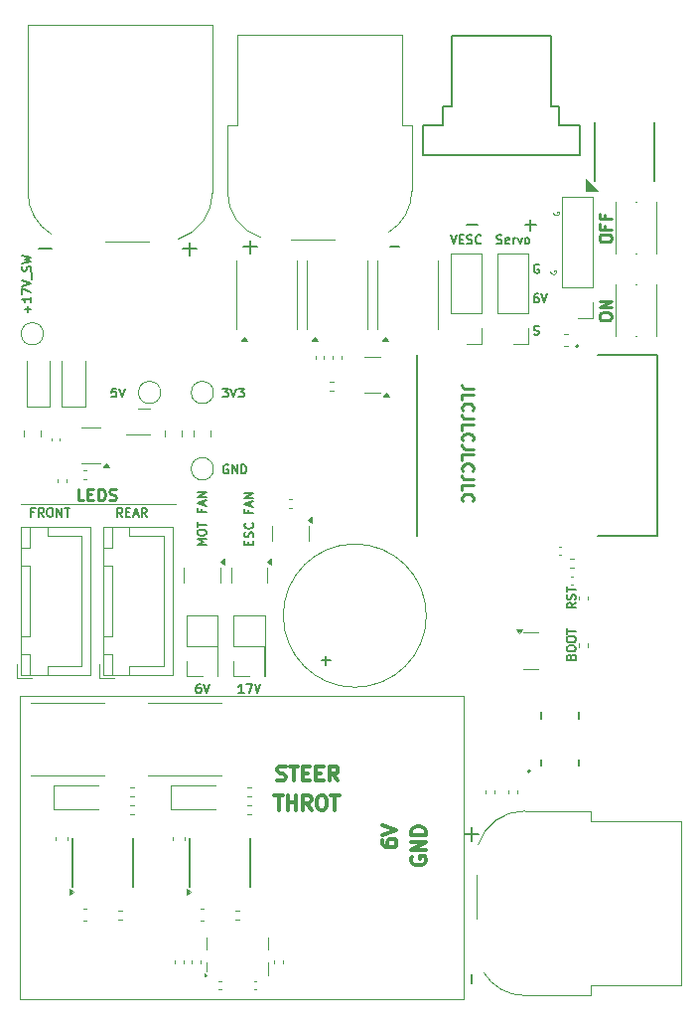
<source format=gbr>
%TF.GenerationSoftware,KiCad,Pcbnew,8.0.2-1*%
%TF.CreationDate,2024-11-11T16:17:41-08:00*%
%TF.ProjectId,Main_Board_V2,4d61696e-5f42-46f6-9172-645f56322e6b,rev?*%
%TF.SameCoordinates,Original*%
%TF.FileFunction,Legend,Top*%
%TF.FilePolarity,Positive*%
%FSLAX46Y46*%
G04 Gerber Fmt 4.6, Leading zero omitted, Abs format (unit mm)*
G04 Created by KiCad (PCBNEW 8.0.2-1) date 2024-11-11 16:17:41*
%MOMM*%
%LPD*%
G01*
G04 APERTURE LIST*
%ADD10C,0.100000*%
%ADD11C,0.187500*%
%ADD12C,0.312500*%
%ADD13C,0.250000*%
%ADD14C,0.112500*%
%ADD15C,0.150000*%
%ADD16C,0.120000*%
%ADD17C,0.127000*%
%ADD18C,0.200000*%
%ADD19C,0.010000*%
G04 APERTURE END LIST*
D10*
X100500000Y-82500000D02*
X113750000Y-82500000D01*
D11*
X144266212Y-68051500D02*
X144373355Y-68087214D01*
X144373355Y-68087214D02*
X144551926Y-68087214D01*
X144551926Y-68087214D02*
X144623355Y-68051500D01*
X144623355Y-68051500D02*
X144659069Y-68015785D01*
X144659069Y-68015785D02*
X144694783Y-67944357D01*
X144694783Y-67944357D02*
X144694783Y-67872928D01*
X144694783Y-67872928D02*
X144659069Y-67801500D01*
X144659069Y-67801500D02*
X144623355Y-67765785D01*
X144623355Y-67765785D02*
X144551926Y-67730071D01*
X144551926Y-67730071D02*
X144409069Y-67694357D01*
X144409069Y-67694357D02*
X144337640Y-67658642D01*
X144337640Y-67658642D02*
X144301926Y-67622928D01*
X144301926Y-67622928D02*
X144266212Y-67551500D01*
X144266212Y-67551500D02*
X144266212Y-67480071D01*
X144266212Y-67480071D02*
X144301926Y-67408642D01*
X144301926Y-67408642D02*
X144337640Y-67372928D01*
X144337640Y-67372928D02*
X144409069Y-67337214D01*
X144409069Y-67337214D02*
X144587640Y-67337214D01*
X144587640Y-67337214D02*
X144694783Y-67372928D01*
D12*
X122377742Y-106002500D02*
X122556313Y-106062023D01*
X122556313Y-106062023D02*
X122853932Y-106062023D01*
X122853932Y-106062023D02*
X122972980Y-106002500D01*
X122972980Y-106002500D02*
X123032504Y-105942976D01*
X123032504Y-105942976D02*
X123092027Y-105823928D01*
X123092027Y-105823928D02*
X123092027Y-105704880D01*
X123092027Y-105704880D02*
X123032504Y-105585833D01*
X123032504Y-105585833D02*
X122972980Y-105526309D01*
X122972980Y-105526309D02*
X122853932Y-105466785D01*
X122853932Y-105466785D02*
X122615837Y-105407261D01*
X122615837Y-105407261D02*
X122496789Y-105347738D01*
X122496789Y-105347738D02*
X122437266Y-105288214D01*
X122437266Y-105288214D02*
X122377742Y-105169166D01*
X122377742Y-105169166D02*
X122377742Y-105050119D01*
X122377742Y-105050119D02*
X122437266Y-104931071D01*
X122437266Y-104931071D02*
X122496789Y-104871547D01*
X122496789Y-104871547D02*
X122615837Y-104812023D01*
X122615837Y-104812023D02*
X122913456Y-104812023D01*
X122913456Y-104812023D02*
X123092027Y-104871547D01*
X123449170Y-104812023D02*
X124163456Y-104812023D01*
X123806313Y-106062023D02*
X123806313Y-104812023D01*
X124580123Y-105407261D02*
X124996789Y-105407261D01*
X125175361Y-106062023D02*
X124580123Y-106062023D01*
X124580123Y-106062023D02*
X124580123Y-104812023D01*
X124580123Y-104812023D02*
X125175361Y-104812023D01*
X125711075Y-105407261D02*
X126127741Y-105407261D01*
X126306313Y-106062023D02*
X125711075Y-106062023D01*
X125711075Y-106062023D02*
X125711075Y-104812023D01*
X125711075Y-104812023D02*
X126306313Y-104812023D01*
X127556312Y-106062023D02*
X127139646Y-105466785D01*
X126842027Y-106062023D02*
X126842027Y-104812023D01*
X126842027Y-104812023D02*
X127318217Y-104812023D01*
X127318217Y-104812023D02*
X127437265Y-104871547D01*
X127437265Y-104871547D02*
X127496788Y-104931071D01*
X127496788Y-104931071D02*
X127556312Y-105050119D01*
X127556312Y-105050119D02*
X127556312Y-105228690D01*
X127556312Y-105228690D02*
X127496788Y-105347738D01*
X127496788Y-105347738D02*
X127437265Y-105407261D01*
X127437265Y-105407261D02*
X127318217Y-105466785D01*
X127318217Y-105466785D02*
X126842027Y-105466785D01*
D11*
X147837214Y-90910714D02*
X147480071Y-91160714D01*
X147837214Y-91339285D02*
X147087214Y-91339285D01*
X147087214Y-91339285D02*
X147087214Y-91053571D01*
X147087214Y-91053571D02*
X147122928Y-90982142D01*
X147122928Y-90982142D02*
X147158642Y-90946428D01*
X147158642Y-90946428D02*
X147230071Y-90910714D01*
X147230071Y-90910714D02*
X147337214Y-90910714D01*
X147337214Y-90910714D02*
X147408642Y-90946428D01*
X147408642Y-90946428D02*
X147444357Y-90982142D01*
X147444357Y-90982142D02*
X147480071Y-91053571D01*
X147480071Y-91053571D02*
X147480071Y-91339285D01*
X147801500Y-90624999D02*
X147837214Y-90517857D01*
X147837214Y-90517857D02*
X147837214Y-90339285D01*
X147837214Y-90339285D02*
X147801500Y-90267857D01*
X147801500Y-90267857D02*
X147765785Y-90232142D01*
X147765785Y-90232142D02*
X147694357Y-90196428D01*
X147694357Y-90196428D02*
X147622928Y-90196428D01*
X147622928Y-90196428D02*
X147551500Y-90232142D01*
X147551500Y-90232142D02*
X147515785Y-90267857D01*
X147515785Y-90267857D02*
X147480071Y-90339285D01*
X147480071Y-90339285D02*
X147444357Y-90482142D01*
X147444357Y-90482142D02*
X147408642Y-90553571D01*
X147408642Y-90553571D02*
X147372928Y-90589285D01*
X147372928Y-90589285D02*
X147301500Y-90624999D01*
X147301500Y-90624999D02*
X147230071Y-90624999D01*
X147230071Y-90624999D02*
X147158642Y-90589285D01*
X147158642Y-90589285D02*
X147122928Y-90553571D01*
X147122928Y-90553571D02*
X147087214Y-90482142D01*
X147087214Y-90482142D02*
X147087214Y-90303571D01*
X147087214Y-90303571D02*
X147122928Y-90196428D01*
X147087214Y-89982142D02*
X147087214Y-89553571D01*
X147837214Y-89767856D02*
X147087214Y-89767856D01*
X144623355Y-64587214D02*
X144480497Y-64587214D01*
X144480497Y-64587214D02*
X144409069Y-64622928D01*
X144409069Y-64622928D02*
X144373355Y-64658642D01*
X144373355Y-64658642D02*
X144301926Y-64765785D01*
X144301926Y-64765785D02*
X144266212Y-64908642D01*
X144266212Y-64908642D02*
X144266212Y-65194357D01*
X144266212Y-65194357D02*
X144301926Y-65265785D01*
X144301926Y-65265785D02*
X144337640Y-65301500D01*
X144337640Y-65301500D02*
X144409069Y-65337214D01*
X144409069Y-65337214D02*
X144551926Y-65337214D01*
X144551926Y-65337214D02*
X144623355Y-65301500D01*
X144623355Y-65301500D02*
X144659069Y-65265785D01*
X144659069Y-65265785D02*
X144694783Y-65194357D01*
X144694783Y-65194357D02*
X144694783Y-65015785D01*
X144694783Y-65015785D02*
X144659069Y-64944357D01*
X144659069Y-64944357D02*
X144623355Y-64908642D01*
X144623355Y-64908642D02*
X144551926Y-64872928D01*
X144551926Y-64872928D02*
X144409069Y-64872928D01*
X144409069Y-64872928D02*
X144337640Y-64908642D01*
X144337640Y-64908642D02*
X144301926Y-64944357D01*
X144301926Y-64944357D02*
X144266212Y-65015785D01*
X144909069Y-64587214D02*
X145159069Y-65337214D01*
X145159069Y-65337214D02*
X145409069Y-64587214D01*
D13*
X149864619Y-59952380D02*
X149864619Y-59761904D01*
X149864619Y-59761904D02*
X149912238Y-59666666D01*
X149912238Y-59666666D02*
X150007476Y-59571428D01*
X150007476Y-59571428D02*
X150197952Y-59523809D01*
X150197952Y-59523809D02*
X150531285Y-59523809D01*
X150531285Y-59523809D02*
X150721761Y-59571428D01*
X150721761Y-59571428D02*
X150817000Y-59666666D01*
X150817000Y-59666666D02*
X150864619Y-59761904D01*
X150864619Y-59761904D02*
X150864619Y-59952380D01*
X150864619Y-59952380D02*
X150817000Y-60047618D01*
X150817000Y-60047618D02*
X150721761Y-60142856D01*
X150721761Y-60142856D02*
X150531285Y-60190475D01*
X150531285Y-60190475D02*
X150197952Y-60190475D01*
X150197952Y-60190475D02*
X150007476Y-60142856D01*
X150007476Y-60142856D02*
X149912238Y-60047618D01*
X149912238Y-60047618D02*
X149864619Y-59952380D01*
X150340809Y-58761904D02*
X150340809Y-59095237D01*
X150864619Y-59095237D02*
X149864619Y-59095237D01*
X149864619Y-59095237D02*
X149864619Y-58619047D01*
X150340809Y-57904761D02*
X150340809Y-58238094D01*
X150864619Y-58238094D02*
X149864619Y-58238094D01*
X149864619Y-58238094D02*
X149864619Y-57761904D01*
D11*
X117730497Y-72648464D02*
X118194783Y-72648464D01*
X118194783Y-72648464D02*
X117944783Y-72934178D01*
X117944783Y-72934178D02*
X118051926Y-72934178D01*
X118051926Y-72934178D02*
X118123355Y-72969892D01*
X118123355Y-72969892D02*
X118159069Y-73005607D01*
X118159069Y-73005607D02*
X118194783Y-73077035D01*
X118194783Y-73077035D02*
X118194783Y-73255607D01*
X118194783Y-73255607D02*
X118159069Y-73327035D01*
X118159069Y-73327035D02*
X118123355Y-73362750D01*
X118123355Y-73362750D02*
X118051926Y-73398464D01*
X118051926Y-73398464D02*
X117837640Y-73398464D01*
X117837640Y-73398464D02*
X117766212Y-73362750D01*
X117766212Y-73362750D02*
X117730497Y-73327035D01*
X118409069Y-72648464D02*
X118659069Y-73398464D01*
X118659069Y-73398464D02*
X118909069Y-72648464D01*
X119087640Y-72648464D02*
X119551926Y-72648464D01*
X119551926Y-72648464D02*
X119301926Y-72934178D01*
X119301926Y-72934178D02*
X119409069Y-72934178D01*
X119409069Y-72934178D02*
X119480498Y-72969892D01*
X119480498Y-72969892D02*
X119516212Y-73005607D01*
X119516212Y-73005607D02*
X119551926Y-73077035D01*
X119551926Y-73077035D02*
X119551926Y-73255607D01*
X119551926Y-73255607D02*
X119516212Y-73327035D01*
X119516212Y-73327035D02*
X119480498Y-73362750D01*
X119480498Y-73362750D02*
X119409069Y-73398464D01*
X119409069Y-73398464D02*
X119194783Y-73398464D01*
X119194783Y-73398464D02*
X119123355Y-73362750D01*
X119123355Y-73362750D02*
X119087640Y-73327035D01*
D12*
X131312023Y-111134163D02*
X131312023Y-111372258D01*
X131312023Y-111372258D02*
X131371547Y-111491306D01*
X131371547Y-111491306D02*
X131431071Y-111550830D01*
X131431071Y-111550830D02*
X131609642Y-111669877D01*
X131609642Y-111669877D02*
X131847738Y-111729401D01*
X131847738Y-111729401D02*
X132323928Y-111729401D01*
X132323928Y-111729401D02*
X132442976Y-111669877D01*
X132442976Y-111669877D02*
X132502500Y-111610354D01*
X132502500Y-111610354D02*
X132562023Y-111491306D01*
X132562023Y-111491306D02*
X132562023Y-111253211D01*
X132562023Y-111253211D02*
X132502500Y-111134163D01*
X132502500Y-111134163D02*
X132442976Y-111074639D01*
X132442976Y-111074639D02*
X132323928Y-111015116D01*
X132323928Y-111015116D02*
X132026309Y-111015116D01*
X132026309Y-111015116D02*
X131907261Y-111074639D01*
X131907261Y-111074639D02*
X131847738Y-111134163D01*
X131847738Y-111134163D02*
X131788214Y-111253211D01*
X131788214Y-111253211D02*
X131788214Y-111491306D01*
X131788214Y-111491306D02*
X131847738Y-111610354D01*
X131847738Y-111610354D02*
X131907261Y-111669877D01*
X131907261Y-111669877D02*
X132026309Y-111729401D01*
X131312023Y-110657973D02*
X132562023Y-110241306D01*
X132562023Y-110241306D02*
X131312023Y-109824640D01*
D13*
X105880952Y-82199619D02*
X105404762Y-82199619D01*
X105404762Y-82199619D02*
X105404762Y-81199619D01*
X106214286Y-81675809D02*
X106547619Y-81675809D01*
X106690476Y-82199619D02*
X106214286Y-82199619D01*
X106214286Y-82199619D02*
X106214286Y-81199619D01*
X106214286Y-81199619D02*
X106690476Y-81199619D01*
X107119048Y-82199619D02*
X107119048Y-81199619D01*
X107119048Y-81199619D02*
X107357143Y-81199619D01*
X107357143Y-81199619D02*
X107500000Y-81247238D01*
X107500000Y-81247238D02*
X107595238Y-81342476D01*
X107595238Y-81342476D02*
X107642857Y-81437714D01*
X107642857Y-81437714D02*
X107690476Y-81628190D01*
X107690476Y-81628190D02*
X107690476Y-81771047D01*
X107690476Y-81771047D02*
X107642857Y-81961523D01*
X107642857Y-81961523D02*
X107595238Y-82056761D01*
X107595238Y-82056761D02*
X107500000Y-82152000D01*
X107500000Y-82152000D02*
X107357143Y-82199619D01*
X107357143Y-82199619D02*
X107119048Y-82199619D01*
X108071429Y-82152000D02*
X108214286Y-82199619D01*
X108214286Y-82199619D02*
X108452381Y-82199619D01*
X108452381Y-82199619D02*
X108547619Y-82152000D01*
X108547619Y-82152000D02*
X108595238Y-82104380D01*
X108595238Y-82104380D02*
X108642857Y-82009142D01*
X108642857Y-82009142D02*
X108642857Y-81913904D01*
X108642857Y-81913904D02*
X108595238Y-81818666D01*
X108595238Y-81818666D02*
X108547619Y-81771047D01*
X108547619Y-81771047D02*
X108452381Y-81723428D01*
X108452381Y-81723428D02*
X108261905Y-81675809D01*
X108261905Y-81675809D02*
X108166667Y-81628190D01*
X108166667Y-81628190D02*
X108119048Y-81580571D01*
X108119048Y-81580571D02*
X108071429Y-81485333D01*
X108071429Y-81485333D02*
X108071429Y-81390095D01*
X108071429Y-81390095D02*
X108119048Y-81294857D01*
X108119048Y-81294857D02*
X108166667Y-81247238D01*
X108166667Y-81247238D02*
X108261905Y-81199619D01*
X108261905Y-81199619D02*
X108500000Y-81199619D01*
X108500000Y-81199619D02*
X108642857Y-81247238D01*
D11*
X119944357Y-85964285D02*
X119944357Y-85714285D01*
X120337214Y-85607142D02*
X120337214Y-85964285D01*
X120337214Y-85964285D02*
X119587214Y-85964285D01*
X119587214Y-85964285D02*
X119587214Y-85607142D01*
X120301500Y-85321428D02*
X120337214Y-85214286D01*
X120337214Y-85214286D02*
X120337214Y-85035714D01*
X120337214Y-85035714D02*
X120301500Y-84964286D01*
X120301500Y-84964286D02*
X120265785Y-84928571D01*
X120265785Y-84928571D02*
X120194357Y-84892857D01*
X120194357Y-84892857D02*
X120122928Y-84892857D01*
X120122928Y-84892857D02*
X120051500Y-84928571D01*
X120051500Y-84928571D02*
X120015785Y-84964286D01*
X120015785Y-84964286D02*
X119980071Y-85035714D01*
X119980071Y-85035714D02*
X119944357Y-85178571D01*
X119944357Y-85178571D02*
X119908642Y-85250000D01*
X119908642Y-85250000D02*
X119872928Y-85285714D01*
X119872928Y-85285714D02*
X119801500Y-85321428D01*
X119801500Y-85321428D02*
X119730071Y-85321428D01*
X119730071Y-85321428D02*
X119658642Y-85285714D01*
X119658642Y-85285714D02*
X119622928Y-85250000D01*
X119622928Y-85250000D02*
X119587214Y-85178571D01*
X119587214Y-85178571D02*
X119587214Y-85000000D01*
X119587214Y-85000000D02*
X119622928Y-84892857D01*
X120265785Y-84142857D02*
X120301500Y-84178571D01*
X120301500Y-84178571D02*
X120337214Y-84285714D01*
X120337214Y-84285714D02*
X120337214Y-84357142D01*
X120337214Y-84357142D02*
X120301500Y-84464285D01*
X120301500Y-84464285D02*
X120230071Y-84535714D01*
X120230071Y-84535714D02*
X120158642Y-84571428D01*
X120158642Y-84571428D02*
X120015785Y-84607142D01*
X120015785Y-84607142D02*
X119908642Y-84607142D01*
X119908642Y-84607142D02*
X119765785Y-84571428D01*
X119765785Y-84571428D02*
X119694357Y-84535714D01*
X119694357Y-84535714D02*
X119622928Y-84464285D01*
X119622928Y-84464285D02*
X119587214Y-84357142D01*
X119587214Y-84357142D02*
X119587214Y-84285714D01*
X119587214Y-84285714D02*
X119622928Y-84178571D01*
X119622928Y-84178571D02*
X119658642Y-84142857D01*
X119944357Y-82999999D02*
X119944357Y-83249999D01*
X120337214Y-83249999D02*
X119587214Y-83249999D01*
X119587214Y-83249999D02*
X119587214Y-82892856D01*
X120122928Y-82642856D02*
X120122928Y-82285714D01*
X120337214Y-82714285D02*
X119587214Y-82464285D01*
X119587214Y-82464285D02*
X120337214Y-82214285D01*
X120337214Y-81964285D02*
X119587214Y-81964285D01*
X119587214Y-81964285D02*
X120337214Y-81535714D01*
X120337214Y-81535714D02*
X119587214Y-81535714D01*
X119535714Y-98587214D02*
X119107143Y-98587214D01*
X119321428Y-98587214D02*
X119321428Y-97837214D01*
X119321428Y-97837214D02*
X119250000Y-97944357D01*
X119250000Y-97944357D02*
X119178571Y-98015785D01*
X119178571Y-98015785D02*
X119107143Y-98051500D01*
X119785714Y-97837214D02*
X120285714Y-97837214D01*
X120285714Y-97837214D02*
X119964286Y-98587214D01*
X120464286Y-97837214D02*
X120714286Y-98587214D01*
X120714286Y-98587214D02*
X120964286Y-97837214D01*
X101660714Y-83194357D02*
X101410714Y-83194357D01*
X101410714Y-83587214D02*
X101410714Y-82837214D01*
X101410714Y-82837214D02*
X101767857Y-82837214D01*
X102482142Y-83587214D02*
X102232142Y-83230071D01*
X102053571Y-83587214D02*
X102053571Y-82837214D01*
X102053571Y-82837214D02*
X102339285Y-82837214D01*
X102339285Y-82837214D02*
X102410714Y-82872928D01*
X102410714Y-82872928D02*
X102446428Y-82908642D01*
X102446428Y-82908642D02*
X102482142Y-82980071D01*
X102482142Y-82980071D02*
X102482142Y-83087214D01*
X102482142Y-83087214D02*
X102446428Y-83158642D01*
X102446428Y-83158642D02*
X102410714Y-83194357D01*
X102410714Y-83194357D02*
X102339285Y-83230071D01*
X102339285Y-83230071D02*
X102053571Y-83230071D01*
X102946428Y-82837214D02*
X103089285Y-82837214D01*
X103089285Y-82837214D02*
X103160714Y-82872928D01*
X103160714Y-82872928D02*
X103232142Y-82944357D01*
X103232142Y-82944357D02*
X103267857Y-83087214D01*
X103267857Y-83087214D02*
X103267857Y-83337214D01*
X103267857Y-83337214D02*
X103232142Y-83480071D01*
X103232142Y-83480071D02*
X103160714Y-83551500D01*
X103160714Y-83551500D02*
X103089285Y-83587214D01*
X103089285Y-83587214D02*
X102946428Y-83587214D01*
X102946428Y-83587214D02*
X102875000Y-83551500D01*
X102875000Y-83551500D02*
X102803571Y-83480071D01*
X102803571Y-83480071D02*
X102767857Y-83337214D01*
X102767857Y-83337214D02*
X102767857Y-83087214D01*
X102767857Y-83087214D02*
X102803571Y-82944357D01*
X102803571Y-82944357D02*
X102875000Y-82872928D01*
X102875000Y-82872928D02*
X102946428Y-82837214D01*
X103589285Y-83587214D02*
X103589285Y-82837214D01*
X103589285Y-82837214D02*
X104017856Y-83587214D01*
X104017856Y-83587214D02*
X104017856Y-82837214D01*
X104267856Y-82837214D02*
X104696428Y-82837214D01*
X104482142Y-83587214D02*
X104482142Y-82837214D01*
D13*
X149864619Y-66619047D02*
X149864619Y-66428571D01*
X149864619Y-66428571D02*
X149912238Y-66333333D01*
X149912238Y-66333333D02*
X150007476Y-66238095D01*
X150007476Y-66238095D02*
X150197952Y-66190476D01*
X150197952Y-66190476D02*
X150531285Y-66190476D01*
X150531285Y-66190476D02*
X150721761Y-66238095D01*
X150721761Y-66238095D02*
X150817000Y-66333333D01*
X150817000Y-66333333D02*
X150864619Y-66428571D01*
X150864619Y-66428571D02*
X150864619Y-66619047D01*
X150864619Y-66619047D02*
X150817000Y-66714285D01*
X150817000Y-66714285D02*
X150721761Y-66809523D01*
X150721761Y-66809523D02*
X150531285Y-66857142D01*
X150531285Y-66857142D02*
X150197952Y-66857142D01*
X150197952Y-66857142D02*
X150007476Y-66809523D01*
X150007476Y-66809523D02*
X149912238Y-66714285D01*
X149912238Y-66714285D02*
X149864619Y-66619047D01*
X150864619Y-65761904D02*
X149864619Y-65761904D01*
X149864619Y-65761904D02*
X150864619Y-65190476D01*
X150864619Y-65190476D02*
X149864619Y-65190476D01*
D11*
X147444357Y-95517856D02*
X147480071Y-95410713D01*
X147480071Y-95410713D02*
X147515785Y-95374999D01*
X147515785Y-95374999D02*
X147587214Y-95339285D01*
X147587214Y-95339285D02*
X147694357Y-95339285D01*
X147694357Y-95339285D02*
X147765785Y-95374999D01*
X147765785Y-95374999D02*
X147801500Y-95410713D01*
X147801500Y-95410713D02*
X147837214Y-95482142D01*
X147837214Y-95482142D02*
X147837214Y-95767856D01*
X147837214Y-95767856D02*
X147087214Y-95767856D01*
X147087214Y-95767856D02*
X147087214Y-95517856D01*
X147087214Y-95517856D02*
X147122928Y-95446428D01*
X147122928Y-95446428D02*
X147158642Y-95410713D01*
X147158642Y-95410713D02*
X147230071Y-95374999D01*
X147230071Y-95374999D02*
X147301500Y-95374999D01*
X147301500Y-95374999D02*
X147372928Y-95410713D01*
X147372928Y-95410713D02*
X147408642Y-95446428D01*
X147408642Y-95446428D02*
X147444357Y-95517856D01*
X147444357Y-95517856D02*
X147444357Y-95767856D01*
X147087214Y-94874999D02*
X147087214Y-94732142D01*
X147087214Y-94732142D02*
X147122928Y-94660713D01*
X147122928Y-94660713D02*
X147194357Y-94589285D01*
X147194357Y-94589285D02*
X147337214Y-94553570D01*
X147337214Y-94553570D02*
X147587214Y-94553570D01*
X147587214Y-94553570D02*
X147730071Y-94589285D01*
X147730071Y-94589285D02*
X147801500Y-94660713D01*
X147801500Y-94660713D02*
X147837214Y-94732142D01*
X147837214Y-94732142D02*
X147837214Y-94874999D01*
X147837214Y-94874999D02*
X147801500Y-94946428D01*
X147801500Y-94946428D02*
X147730071Y-95017856D01*
X147730071Y-95017856D02*
X147587214Y-95053570D01*
X147587214Y-95053570D02*
X147337214Y-95053570D01*
X147337214Y-95053570D02*
X147194357Y-95017856D01*
X147194357Y-95017856D02*
X147122928Y-94946428D01*
X147122928Y-94946428D02*
X147087214Y-94874999D01*
X147087214Y-94089285D02*
X147087214Y-93946428D01*
X147087214Y-93946428D02*
X147122928Y-93874999D01*
X147122928Y-93874999D02*
X147194357Y-93803571D01*
X147194357Y-93803571D02*
X147337214Y-93767856D01*
X147337214Y-93767856D02*
X147587214Y-93767856D01*
X147587214Y-93767856D02*
X147730071Y-93803571D01*
X147730071Y-93803571D02*
X147801500Y-93874999D01*
X147801500Y-93874999D02*
X147837214Y-93946428D01*
X147837214Y-93946428D02*
X147837214Y-94089285D01*
X147837214Y-94089285D02*
X147801500Y-94160714D01*
X147801500Y-94160714D02*
X147730071Y-94232142D01*
X147730071Y-94232142D02*
X147587214Y-94267856D01*
X147587214Y-94267856D02*
X147337214Y-94267856D01*
X147337214Y-94267856D02*
X147194357Y-94232142D01*
X147194357Y-94232142D02*
X147122928Y-94160714D01*
X147122928Y-94160714D02*
X147087214Y-94089285D01*
X147087214Y-93553571D02*
X147087214Y-93125000D01*
X147837214Y-93339285D02*
X147087214Y-93339285D01*
D14*
X145706769Y-62619047D02*
X145682959Y-62666666D01*
X145682959Y-62666666D02*
X145682959Y-62738095D01*
X145682959Y-62738095D02*
X145706769Y-62809523D01*
X145706769Y-62809523D02*
X145754388Y-62857142D01*
X145754388Y-62857142D02*
X145802007Y-62880952D01*
X145802007Y-62880952D02*
X145897245Y-62904761D01*
X145897245Y-62904761D02*
X145968673Y-62904761D01*
X145968673Y-62904761D02*
X146063911Y-62880952D01*
X146063911Y-62880952D02*
X146111530Y-62857142D01*
X146111530Y-62857142D02*
X146159150Y-62809523D01*
X146159150Y-62809523D02*
X146182959Y-62738095D01*
X146182959Y-62738095D02*
X146182959Y-62690476D01*
X146182959Y-62690476D02*
X146159150Y-62619047D01*
X146159150Y-62619047D02*
X146135340Y-62595238D01*
X146135340Y-62595238D02*
X145968673Y-62595238D01*
X145968673Y-62595238D02*
X145968673Y-62690476D01*
D11*
X115821429Y-97837214D02*
X115678571Y-97837214D01*
X115678571Y-97837214D02*
X115607143Y-97872928D01*
X115607143Y-97872928D02*
X115571429Y-97908642D01*
X115571429Y-97908642D02*
X115500000Y-98015785D01*
X115500000Y-98015785D02*
X115464286Y-98158642D01*
X115464286Y-98158642D02*
X115464286Y-98444357D01*
X115464286Y-98444357D02*
X115500000Y-98515785D01*
X115500000Y-98515785D02*
X115535714Y-98551500D01*
X115535714Y-98551500D02*
X115607143Y-98587214D01*
X115607143Y-98587214D02*
X115750000Y-98587214D01*
X115750000Y-98587214D02*
X115821429Y-98551500D01*
X115821429Y-98551500D02*
X115857143Y-98515785D01*
X115857143Y-98515785D02*
X115892857Y-98444357D01*
X115892857Y-98444357D02*
X115892857Y-98265785D01*
X115892857Y-98265785D02*
X115857143Y-98194357D01*
X115857143Y-98194357D02*
X115821429Y-98158642D01*
X115821429Y-98158642D02*
X115750000Y-98122928D01*
X115750000Y-98122928D02*
X115607143Y-98122928D01*
X115607143Y-98122928D02*
X115535714Y-98158642D01*
X115535714Y-98158642D02*
X115500000Y-98194357D01*
X115500000Y-98194357D02*
X115464286Y-98265785D01*
X116107143Y-97837214D02*
X116357143Y-98587214D01*
X116357143Y-98587214D02*
X116607143Y-97837214D01*
D14*
X145956769Y-57619047D02*
X145932959Y-57666666D01*
X145932959Y-57666666D02*
X145932959Y-57738095D01*
X145932959Y-57738095D02*
X145956769Y-57809523D01*
X145956769Y-57809523D02*
X146004388Y-57857142D01*
X146004388Y-57857142D02*
X146052007Y-57880952D01*
X146052007Y-57880952D02*
X146147245Y-57904761D01*
X146147245Y-57904761D02*
X146218673Y-57904761D01*
X146218673Y-57904761D02*
X146313911Y-57880952D01*
X146313911Y-57880952D02*
X146361530Y-57857142D01*
X146361530Y-57857142D02*
X146409150Y-57809523D01*
X146409150Y-57809523D02*
X146432959Y-57738095D01*
X146432959Y-57738095D02*
X146432959Y-57690476D01*
X146432959Y-57690476D02*
X146409150Y-57619047D01*
X146409150Y-57619047D02*
X146385340Y-57595238D01*
X146385340Y-57595238D02*
X146218673Y-57595238D01*
X146218673Y-57595238D02*
X146218673Y-57690476D01*
D11*
X141107143Y-60301500D02*
X141214286Y-60337214D01*
X141214286Y-60337214D02*
X141392857Y-60337214D01*
X141392857Y-60337214D02*
X141464286Y-60301500D01*
X141464286Y-60301500D02*
X141500000Y-60265785D01*
X141500000Y-60265785D02*
X141535714Y-60194357D01*
X141535714Y-60194357D02*
X141535714Y-60122928D01*
X141535714Y-60122928D02*
X141500000Y-60051500D01*
X141500000Y-60051500D02*
X141464286Y-60015785D01*
X141464286Y-60015785D02*
X141392857Y-59980071D01*
X141392857Y-59980071D02*
X141250000Y-59944357D01*
X141250000Y-59944357D02*
X141178571Y-59908642D01*
X141178571Y-59908642D02*
X141142857Y-59872928D01*
X141142857Y-59872928D02*
X141107143Y-59801500D01*
X141107143Y-59801500D02*
X141107143Y-59730071D01*
X141107143Y-59730071D02*
X141142857Y-59658642D01*
X141142857Y-59658642D02*
X141178571Y-59622928D01*
X141178571Y-59622928D02*
X141250000Y-59587214D01*
X141250000Y-59587214D02*
X141428571Y-59587214D01*
X141428571Y-59587214D02*
X141535714Y-59622928D01*
X142142857Y-60301500D02*
X142071429Y-60337214D01*
X142071429Y-60337214D02*
X141928572Y-60337214D01*
X141928572Y-60337214D02*
X141857143Y-60301500D01*
X141857143Y-60301500D02*
X141821429Y-60230071D01*
X141821429Y-60230071D02*
X141821429Y-59944357D01*
X141821429Y-59944357D02*
X141857143Y-59872928D01*
X141857143Y-59872928D02*
X141928572Y-59837214D01*
X141928572Y-59837214D02*
X142071429Y-59837214D01*
X142071429Y-59837214D02*
X142142857Y-59872928D01*
X142142857Y-59872928D02*
X142178572Y-59944357D01*
X142178572Y-59944357D02*
X142178572Y-60015785D01*
X142178572Y-60015785D02*
X141821429Y-60087214D01*
X142500000Y-60337214D02*
X142500000Y-59837214D01*
X142500000Y-59980071D02*
X142535714Y-59908642D01*
X142535714Y-59908642D02*
X142571429Y-59872928D01*
X142571429Y-59872928D02*
X142642857Y-59837214D01*
X142642857Y-59837214D02*
X142714286Y-59837214D01*
X142892857Y-59837214D02*
X143071429Y-60337214D01*
X143071429Y-60337214D02*
X143250000Y-59837214D01*
X143642858Y-60337214D02*
X143571429Y-60301500D01*
X143571429Y-60301500D02*
X143535715Y-60265785D01*
X143535715Y-60265785D02*
X143500001Y-60194357D01*
X143500001Y-60194357D02*
X143500001Y-59980071D01*
X143500001Y-59980071D02*
X143535715Y-59908642D01*
X143535715Y-59908642D02*
X143571429Y-59872928D01*
X143571429Y-59872928D02*
X143642858Y-59837214D01*
X143642858Y-59837214D02*
X143750001Y-59837214D01*
X143750001Y-59837214D02*
X143821429Y-59872928D01*
X143821429Y-59872928D02*
X143857144Y-59908642D01*
X143857144Y-59908642D02*
X143892858Y-59980071D01*
X143892858Y-59980071D02*
X143892858Y-60194357D01*
X143892858Y-60194357D02*
X143857144Y-60265785D01*
X143857144Y-60265785D02*
X143821429Y-60301500D01*
X143821429Y-60301500D02*
X143750001Y-60337214D01*
X143750001Y-60337214D02*
X143642858Y-60337214D01*
D12*
X122139645Y-107312023D02*
X122853931Y-107312023D01*
X122496788Y-108562023D02*
X122496788Y-107312023D01*
X123270598Y-108562023D02*
X123270598Y-107312023D01*
X123270598Y-107907261D02*
X123984883Y-107907261D01*
X123984883Y-108562023D02*
X123984883Y-107312023D01*
X125294407Y-108562023D02*
X124877741Y-107966785D01*
X124580122Y-108562023D02*
X124580122Y-107312023D01*
X124580122Y-107312023D02*
X125056312Y-107312023D01*
X125056312Y-107312023D02*
X125175360Y-107371547D01*
X125175360Y-107371547D02*
X125234883Y-107431071D01*
X125234883Y-107431071D02*
X125294407Y-107550119D01*
X125294407Y-107550119D02*
X125294407Y-107728690D01*
X125294407Y-107728690D02*
X125234883Y-107847738D01*
X125234883Y-107847738D02*
X125175360Y-107907261D01*
X125175360Y-107907261D02*
X125056312Y-107966785D01*
X125056312Y-107966785D02*
X124580122Y-107966785D01*
X126068217Y-107312023D02*
X126306312Y-107312023D01*
X126306312Y-107312023D02*
X126425360Y-107371547D01*
X126425360Y-107371547D02*
X126544407Y-107490595D01*
X126544407Y-107490595D02*
X126603931Y-107728690D01*
X126603931Y-107728690D02*
X126603931Y-108145357D01*
X126603931Y-108145357D02*
X126544407Y-108383452D01*
X126544407Y-108383452D02*
X126425360Y-108502500D01*
X126425360Y-108502500D02*
X126306312Y-108562023D01*
X126306312Y-108562023D02*
X126068217Y-108562023D01*
X126068217Y-108562023D02*
X125949169Y-108502500D01*
X125949169Y-108502500D02*
X125830122Y-108383452D01*
X125830122Y-108383452D02*
X125770598Y-108145357D01*
X125770598Y-108145357D02*
X125770598Y-107728690D01*
X125770598Y-107728690D02*
X125830122Y-107490595D01*
X125830122Y-107490595D02*
X125949169Y-107371547D01*
X125949169Y-107371547D02*
X126068217Y-107312023D01*
X126961074Y-107312023D02*
X127675360Y-107312023D01*
X127318217Y-108562023D02*
X127318217Y-107312023D01*
D11*
X144694783Y-62122928D02*
X144623355Y-62087214D01*
X144623355Y-62087214D02*
X144516212Y-62087214D01*
X144516212Y-62087214D02*
X144409069Y-62122928D01*
X144409069Y-62122928D02*
X144337640Y-62194357D01*
X144337640Y-62194357D02*
X144301926Y-62265785D01*
X144301926Y-62265785D02*
X144266212Y-62408642D01*
X144266212Y-62408642D02*
X144266212Y-62515785D01*
X144266212Y-62515785D02*
X144301926Y-62658642D01*
X144301926Y-62658642D02*
X144337640Y-62730071D01*
X144337640Y-62730071D02*
X144409069Y-62801500D01*
X144409069Y-62801500D02*
X144516212Y-62837214D01*
X144516212Y-62837214D02*
X144587640Y-62837214D01*
X144587640Y-62837214D02*
X144694783Y-62801500D01*
X144694783Y-62801500D02*
X144730497Y-62765785D01*
X144730497Y-62765785D02*
X144730497Y-62515785D01*
X144730497Y-62515785D02*
X144587640Y-62515785D01*
X116337214Y-85999999D02*
X115587214Y-85999999D01*
X115587214Y-85999999D02*
X116122928Y-85749999D01*
X116122928Y-85749999D02*
X115587214Y-85499999D01*
X115587214Y-85499999D02*
X116337214Y-85499999D01*
X115587214Y-84999999D02*
X115587214Y-84857142D01*
X115587214Y-84857142D02*
X115622928Y-84785713D01*
X115622928Y-84785713D02*
X115694357Y-84714285D01*
X115694357Y-84714285D02*
X115837214Y-84678570D01*
X115837214Y-84678570D02*
X116087214Y-84678570D01*
X116087214Y-84678570D02*
X116230071Y-84714285D01*
X116230071Y-84714285D02*
X116301500Y-84785713D01*
X116301500Y-84785713D02*
X116337214Y-84857142D01*
X116337214Y-84857142D02*
X116337214Y-84999999D01*
X116337214Y-84999999D02*
X116301500Y-85071428D01*
X116301500Y-85071428D02*
X116230071Y-85142856D01*
X116230071Y-85142856D02*
X116087214Y-85178570D01*
X116087214Y-85178570D02*
X115837214Y-85178570D01*
X115837214Y-85178570D02*
X115694357Y-85142856D01*
X115694357Y-85142856D02*
X115622928Y-85071428D01*
X115622928Y-85071428D02*
X115587214Y-84999999D01*
X115587214Y-84464285D02*
X115587214Y-84035714D01*
X116337214Y-84249999D02*
X115587214Y-84249999D01*
X115944357Y-82964284D02*
X115944357Y-83214284D01*
X116337214Y-83214284D02*
X115587214Y-83214284D01*
X115587214Y-83214284D02*
X115587214Y-82857141D01*
X116122928Y-82607141D02*
X116122928Y-82249999D01*
X116337214Y-82678570D02*
X115587214Y-82428570D01*
X115587214Y-82428570D02*
X116337214Y-82178570D01*
X116337214Y-81928570D02*
X115587214Y-81928570D01*
X115587214Y-81928570D02*
X116337214Y-81499999D01*
X116337214Y-81499999D02*
X115587214Y-81499999D01*
X137178571Y-59587214D02*
X137428571Y-60337214D01*
X137428571Y-60337214D02*
X137678571Y-59587214D01*
X137928571Y-59944357D02*
X138178571Y-59944357D01*
X138285714Y-60337214D02*
X137928571Y-60337214D01*
X137928571Y-60337214D02*
X137928571Y-59587214D01*
X137928571Y-59587214D02*
X138285714Y-59587214D01*
X138571428Y-60301500D02*
X138678571Y-60337214D01*
X138678571Y-60337214D02*
X138857142Y-60337214D01*
X138857142Y-60337214D02*
X138928571Y-60301500D01*
X138928571Y-60301500D02*
X138964285Y-60265785D01*
X138964285Y-60265785D02*
X138999999Y-60194357D01*
X138999999Y-60194357D02*
X138999999Y-60122928D01*
X138999999Y-60122928D02*
X138964285Y-60051500D01*
X138964285Y-60051500D02*
X138928571Y-60015785D01*
X138928571Y-60015785D02*
X138857142Y-59980071D01*
X138857142Y-59980071D02*
X138714285Y-59944357D01*
X138714285Y-59944357D02*
X138642856Y-59908642D01*
X138642856Y-59908642D02*
X138607142Y-59872928D01*
X138607142Y-59872928D02*
X138571428Y-59801500D01*
X138571428Y-59801500D02*
X138571428Y-59730071D01*
X138571428Y-59730071D02*
X138607142Y-59658642D01*
X138607142Y-59658642D02*
X138642856Y-59622928D01*
X138642856Y-59622928D02*
X138714285Y-59587214D01*
X138714285Y-59587214D02*
X138892856Y-59587214D01*
X138892856Y-59587214D02*
X138999999Y-59622928D01*
X139749999Y-60265785D02*
X139714285Y-60301500D01*
X139714285Y-60301500D02*
X139607142Y-60337214D01*
X139607142Y-60337214D02*
X139535714Y-60337214D01*
X139535714Y-60337214D02*
X139428571Y-60301500D01*
X139428571Y-60301500D02*
X139357142Y-60230071D01*
X139357142Y-60230071D02*
X139321428Y-60158642D01*
X139321428Y-60158642D02*
X139285714Y-60015785D01*
X139285714Y-60015785D02*
X139285714Y-59908642D01*
X139285714Y-59908642D02*
X139321428Y-59765785D01*
X139321428Y-59765785D02*
X139357142Y-59694357D01*
X139357142Y-59694357D02*
X139428571Y-59622928D01*
X139428571Y-59622928D02*
X139535714Y-59587214D01*
X139535714Y-59587214D02*
X139607142Y-59587214D01*
X139607142Y-59587214D02*
X139714285Y-59622928D01*
X139714285Y-59622928D02*
X139749999Y-59658642D01*
X108659069Y-72648464D02*
X108301926Y-72648464D01*
X108301926Y-72648464D02*
X108266212Y-73005607D01*
X108266212Y-73005607D02*
X108301926Y-72969892D01*
X108301926Y-72969892D02*
X108373355Y-72934178D01*
X108373355Y-72934178D02*
X108551926Y-72934178D01*
X108551926Y-72934178D02*
X108623355Y-72969892D01*
X108623355Y-72969892D02*
X108659069Y-73005607D01*
X108659069Y-73005607D02*
X108694783Y-73077035D01*
X108694783Y-73077035D02*
X108694783Y-73255607D01*
X108694783Y-73255607D02*
X108659069Y-73327035D01*
X108659069Y-73327035D02*
X108623355Y-73362750D01*
X108623355Y-73362750D02*
X108551926Y-73398464D01*
X108551926Y-73398464D02*
X108373355Y-73398464D01*
X108373355Y-73398464D02*
X108301926Y-73362750D01*
X108301926Y-73362750D02*
X108266212Y-73327035D01*
X108909069Y-72648464D02*
X109159069Y-73398464D01*
X109159069Y-73398464D02*
X109409069Y-72648464D01*
D13*
X139135380Y-72688282D02*
X138421095Y-72688282D01*
X138421095Y-72688282D02*
X138278238Y-72640663D01*
X138278238Y-72640663D02*
X138183000Y-72545425D01*
X138183000Y-72545425D02*
X138135380Y-72402568D01*
X138135380Y-72402568D02*
X138135380Y-72307330D01*
X138135380Y-73640663D02*
X138135380Y-73164473D01*
X138135380Y-73164473D02*
X139135380Y-73164473D01*
X138230619Y-74545425D02*
X138183000Y-74497806D01*
X138183000Y-74497806D02*
X138135380Y-74354949D01*
X138135380Y-74354949D02*
X138135380Y-74259711D01*
X138135380Y-74259711D02*
X138183000Y-74116854D01*
X138183000Y-74116854D02*
X138278238Y-74021616D01*
X138278238Y-74021616D02*
X138373476Y-73973997D01*
X138373476Y-73973997D02*
X138563952Y-73926378D01*
X138563952Y-73926378D02*
X138706809Y-73926378D01*
X138706809Y-73926378D02*
X138897285Y-73973997D01*
X138897285Y-73973997D02*
X138992523Y-74021616D01*
X138992523Y-74021616D02*
X139087761Y-74116854D01*
X139087761Y-74116854D02*
X139135380Y-74259711D01*
X139135380Y-74259711D02*
X139135380Y-74354949D01*
X139135380Y-74354949D02*
X139087761Y-74497806D01*
X139087761Y-74497806D02*
X139040142Y-74545425D01*
X139135380Y-75259711D02*
X138421095Y-75259711D01*
X138421095Y-75259711D02*
X138278238Y-75212092D01*
X138278238Y-75212092D02*
X138183000Y-75116854D01*
X138183000Y-75116854D02*
X138135380Y-74973997D01*
X138135380Y-74973997D02*
X138135380Y-74878759D01*
X138135380Y-76212092D02*
X138135380Y-75735902D01*
X138135380Y-75735902D02*
X139135380Y-75735902D01*
X138230619Y-77116854D02*
X138183000Y-77069235D01*
X138183000Y-77069235D02*
X138135380Y-76926378D01*
X138135380Y-76926378D02*
X138135380Y-76831140D01*
X138135380Y-76831140D02*
X138183000Y-76688283D01*
X138183000Y-76688283D02*
X138278238Y-76593045D01*
X138278238Y-76593045D02*
X138373476Y-76545426D01*
X138373476Y-76545426D02*
X138563952Y-76497807D01*
X138563952Y-76497807D02*
X138706809Y-76497807D01*
X138706809Y-76497807D02*
X138897285Y-76545426D01*
X138897285Y-76545426D02*
X138992523Y-76593045D01*
X138992523Y-76593045D02*
X139087761Y-76688283D01*
X139087761Y-76688283D02*
X139135380Y-76831140D01*
X139135380Y-76831140D02*
X139135380Y-76926378D01*
X139135380Y-76926378D02*
X139087761Y-77069235D01*
X139087761Y-77069235D02*
X139040142Y-77116854D01*
X139135380Y-77831140D02*
X138421095Y-77831140D01*
X138421095Y-77831140D02*
X138278238Y-77783521D01*
X138278238Y-77783521D02*
X138183000Y-77688283D01*
X138183000Y-77688283D02*
X138135380Y-77545426D01*
X138135380Y-77545426D02*
X138135380Y-77450188D01*
X138135380Y-78783521D02*
X138135380Y-78307331D01*
X138135380Y-78307331D02*
X139135380Y-78307331D01*
X138230619Y-79688283D02*
X138183000Y-79640664D01*
X138183000Y-79640664D02*
X138135380Y-79497807D01*
X138135380Y-79497807D02*
X138135380Y-79402569D01*
X138135380Y-79402569D02*
X138183000Y-79259712D01*
X138183000Y-79259712D02*
X138278238Y-79164474D01*
X138278238Y-79164474D02*
X138373476Y-79116855D01*
X138373476Y-79116855D02*
X138563952Y-79069236D01*
X138563952Y-79069236D02*
X138706809Y-79069236D01*
X138706809Y-79069236D02*
X138897285Y-79116855D01*
X138897285Y-79116855D02*
X138992523Y-79164474D01*
X138992523Y-79164474D02*
X139087761Y-79259712D01*
X139087761Y-79259712D02*
X139135380Y-79402569D01*
X139135380Y-79402569D02*
X139135380Y-79497807D01*
X139135380Y-79497807D02*
X139087761Y-79640664D01*
X139087761Y-79640664D02*
X139040142Y-79688283D01*
X139135380Y-80402569D02*
X138421095Y-80402569D01*
X138421095Y-80402569D02*
X138278238Y-80354950D01*
X138278238Y-80354950D02*
X138183000Y-80259712D01*
X138183000Y-80259712D02*
X138135380Y-80116855D01*
X138135380Y-80116855D02*
X138135380Y-80021617D01*
X138135380Y-81354950D02*
X138135380Y-80878760D01*
X138135380Y-80878760D02*
X139135380Y-80878760D01*
X138230619Y-82259712D02*
X138183000Y-82212093D01*
X138183000Y-82212093D02*
X138135380Y-82069236D01*
X138135380Y-82069236D02*
X138135380Y-81973998D01*
X138135380Y-81973998D02*
X138183000Y-81831141D01*
X138183000Y-81831141D02*
X138278238Y-81735903D01*
X138278238Y-81735903D02*
X138373476Y-81688284D01*
X138373476Y-81688284D02*
X138563952Y-81640665D01*
X138563952Y-81640665D02*
X138706809Y-81640665D01*
X138706809Y-81640665D02*
X138897285Y-81688284D01*
X138897285Y-81688284D02*
X138992523Y-81735903D01*
X138992523Y-81735903D02*
X139087761Y-81831141D01*
X139087761Y-81831141D02*
X139135380Y-81973998D01*
X139135380Y-81973998D02*
X139135380Y-82069236D01*
X139135380Y-82069236D02*
X139087761Y-82212093D01*
X139087761Y-82212093D02*
X139040142Y-82259712D01*
D11*
X101112750Y-66198073D02*
X101112750Y-65626645D01*
X101398464Y-65912359D02*
X100827035Y-65912359D01*
X101398464Y-64876645D02*
X101398464Y-65305216D01*
X101398464Y-65090931D02*
X100648464Y-65090931D01*
X100648464Y-65090931D02*
X100755607Y-65162359D01*
X100755607Y-65162359D02*
X100827035Y-65233788D01*
X100827035Y-65233788D02*
X100862750Y-65305216D01*
X100648464Y-64626645D02*
X100648464Y-64126645D01*
X100648464Y-64126645D02*
X101398464Y-64448073D01*
X100648464Y-63948073D02*
X101398464Y-63698073D01*
X101398464Y-63698073D02*
X100648464Y-63448073D01*
X101469892Y-63376645D02*
X101469892Y-62805216D01*
X101362750Y-62662358D02*
X101398464Y-62555216D01*
X101398464Y-62555216D02*
X101398464Y-62376644D01*
X101398464Y-62376644D02*
X101362750Y-62305216D01*
X101362750Y-62305216D02*
X101327035Y-62269501D01*
X101327035Y-62269501D02*
X101255607Y-62233787D01*
X101255607Y-62233787D02*
X101184178Y-62233787D01*
X101184178Y-62233787D02*
X101112750Y-62269501D01*
X101112750Y-62269501D02*
X101077035Y-62305216D01*
X101077035Y-62305216D02*
X101041321Y-62376644D01*
X101041321Y-62376644D02*
X101005607Y-62519501D01*
X101005607Y-62519501D02*
X100969892Y-62590930D01*
X100969892Y-62590930D02*
X100934178Y-62626644D01*
X100934178Y-62626644D02*
X100862750Y-62662358D01*
X100862750Y-62662358D02*
X100791321Y-62662358D01*
X100791321Y-62662358D02*
X100719892Y-62626644D01*
X100719892Y-62626644D02*
X100684178Y-62590930D01*
X100684178Y-62590930D02*
X100648464Y-62519501D01*
X100648464Y-62519501D02*
X100648464Y-62340930D01*
X100648464Y-62340930D02*
X100684178Y-62233787D01*
X100648464Y-61983787D02*
X101398464Y-61805215D01*
X101398464Y-61805215D02*
X100862750Y-61662358D01*
X100862750Y-61662358D02*
X101398464Y-61519501D01*
X101398464Y-61519501D02*
X100648464Y-61340930D01*
X109196428Y-83587214D02*
X108946428Y-83230071D01*
X108767857Y-83587214D02*
X108767857Y-82837214D01*
X108767857Y-82837214D02*
X109053571Y-82837214D01*
X109053571Y-82837214D02*
X109125000Y-82872928D01*
X109125000Y-82872928D02*
X109160714Y-82908642D01*
X109160714Y-82908642D02*
X109196428Y-82980071D01*
X109196428Y-82980071D02*
X109196428Y-83087214D01*
X109196428Y-83087214D02*
X109160714Y-83158642D01*
X109160714Y-83158642D02*
X109125000Y-83194357D01*
X109125000Y-83194357D02*
X109053571Y-83230071D01*
X109053571Y-83230071D02*
X108767857Y-83230071D01*
X109517857Y-83194357D02*
X109767857Y-83194357D01*
X109875000Y-83587214D02*
X109517857Y-83587214D01*
X109517857Y-83587214D02*
X109517857Y-82837214D01*
X109517857Y-82837214D02*
X109875000Y-82837214D01*
X110160714Y-83372928D02*
X110517857Y-83372928D01*
X110089285Y-83587214D02*
X110339285Y-82837214D01*
X110339285Y-82837214D02*
X110589285Y-83587214D01*
X111267856Y-83587214D02*
X111017856Y-83230071D01*
X110839285Y-83587214D02*
X110839285Y-82837214D01*
X110839285Y-82837214D02*
X111124999Y-82837214D01*
X111124999Y-82837214D02*
X111196428Y-82872928D01*
X111196428Y-82872928D02*
X111232142Y-82908642D01*
X111232142Y-82908642D02*
X111267856Y-82980071D01*
X111267856Y-82980071D02*
X111267856Y-83087214D01*
X111267856Y-83087214D02*
X111232142Y-83158642D01*
X111232142Y-83158642D02*
X111196428Y-83194357D01*
X111196428Y-83194357D02*
X111124999Y-83230071D01*
X111124999Y-83230071D02*
X110839285Y-83230071D01*
D12*
X133871547Y-112562735D02*
X133812023Y-112681782D01*
X133812023Y-112681782D02*
X133812023Y-112860354D01*
X133812023Y-112860354D02*
X133871547Y-113038925D01*
X133871547Y-113038925D02*
X133990595Y-113157973D01*
X133990595Y-113157973D02*
X134109642Y-113217496D01*
X134109642Y-113217496D02*
X134347738Y-113277020D01*
X134347738Y-113277020D02*
X134526309Y-113277020D01*
X134526309Y-113277020D02*
X134764404Y-113217496D01*
X134764404Y-113217496D02*
X134883452Y-113157973D01*
X134883452Y-113157973D02*
X135002500Y-113038925D01*
X135002500Y-113038925D02*
X135062023Y-112860354D01*
X135062023Y-112860354D02*
X135062023Y-112741306D01*
X135062023Y-112741306D02*
X135002500Y-112562735D01*
X135002500Y-112562735D02*
X134942976Y-112503211D01*
X134942976Y-112503211D02*
X134526309Y-112503211D01*
X134526309Y-112503211D02*
X134526309Y-112741306D01*
X135062023Y-111967496D02*
X133812023Y-111967496D01*
X133812023Y-111967496D02*
X135062023Y-111253211D01*
X135062023Y-111253211D02*
X133812023Y-111253211D01*
X135062023Y-110657972D02*
X133812023Y-110657972D01*
X133812023Y-110657972D02*
X133812023Y-110360353D01*
X133812023Y-110360353D02*
X133871547Y-110181782D01*
X133871547Y-110181782D02*
X133990595Y-110062734D01*
X133990595Y-110062734D02*
X134109642Y-110003211D01*
X134109642Y-110003211D02*
X134347738Y-109943687D01*
X134347738Y-109943687D02*
X134526309Y-109943687D01*
X134526309Y-109943687D02*
X134764404Y-110003211D01*
X134764404Y-110003211D02*
X134883452Y-110062734D01*
X134883452Y-110062734D02*
X135002500Y-110181782D01*
X135002500Y-110181782D02*
X135062023Y-110360353D01*
X135062023Y-110360353D02*
X135062023Y-110657972D01*
D11*
X118194783Y-79184178D02*
X118123355Y-79148464D01*
X118123355Y-79148464D02*
X118016212Y-79148464D01*
X118016212Y-79148464D02*
X117909069Y-79184178D01*
X117909069Y-79184178D02*
X117837640Y-79255607D01*
X117837640Y-79255607D02*
X117801926Y-79327035D01*
X117801926Y-79327035D02*
X117766212Y-79469892D01*
X117766212Y-79469892D02*
X117766212Y-79577035D01*
X117766212Y-79577035D02*
X117801926Y-79719892D01*
X117801926Y-79719892D02*
X117837640Y-79791321D01*
X117837640Y-79791321D02*
X117909069Y-79862750D01*
X117909069Y-79862750D02*
X118016212Y-79898464D01*
X118016212Y-79898464D02*
X118087640Y-79898464D01*
X118087640Y-79898464D02*
X118194783Y-79862750D01*
X118194783Y-79862750D02*
X118230497Y-79827035D01*
X118230497Y-79827035D02*
X118230497Y-79577035D01*
X118230497Y-79577035D02*
X118087640Y-79577035D01*
X118551926Y-79898464D02*
X118551926Y-79148464D01*
X118551926Y-79148464D02*
X118980497Y-79898464D01*
X118980497Y-79898464D02*
X118980497Y-79148464D01*
X119337640Y-79898464D02*
X119337640Y-79148464D01*
X119337640Y-79148464D02*
X119516211Y-79148464D01*
X119516211Y-79148464D02*
X119623354Y-79184178D01*
X119623354Y-79184178D02*
X119694783Y-79255607D01*
X119694783Y-79255607D02*
X119730497Y-79327035D01*
X119730497Y-79327035D02*
X119766211Y-79469892D01*
X119766211Y-79469892D02*
X119766211Y-79577035D01*
X119766211Y-79577035D02*
X119730497Y-79719892D01*
X119730497Y-79719892D02*
X119694783Y-79791321D01*
X119694783Y-79791321D02*
X119623354Y-79862750D01*
X119623354Y-79862750D02*
X119516211Y-79898464D01*
X119516211Y-79898464D02*
X119337640Y-79898464D01*
D15*
X126533866Y-96190951D02*
X126533866Y-95429047D01*
X126914819Y-95809999D02*
X126152914Y-95809999D01*
X114328571Y-60764700D02*
X115471429Y-60764700D01*
X114900000Y-61336128D02*
X114900000Y-60193271D01*
X102028571Y-60764700D02*
X103171429Y-60764700D01*
X119528571Y-60614700D02*
X120671429Y-60614700D01*
X120100000Y-61186128D02*
X120100000Y-60043271D01*
X132019048Y-60573866D02*
X132780953Y-60573866D01*
X138964700Y-111171428D02*
X138964700Y-110028571D01*
X139536128Y-110599999D02*
X138393271Y-110599999D01*
X138923866Y-123280951D02*
X138923866Y-122519047D01*
D16*
%TO.C,BZ3*%
X135100000Y-92000000D02*
G75*
G02*
X122900000Y-92000000I-6100000J0D01*
G01*
X122900000Y-92000000D02*
G75*
G02*
X135100000Y-92000000I6100000J0D01*
G01*
%TO.C,R25*%
X127153641Y-72120000D02*
X126846359Y-72120000D01*
X127153641Y-72880000D02*
X126846359Y-72880000D01*
%TO.C,C6*%
X115265000Y-76238748D02*
X115265000Y-76761252D01*
X116735000Y-76238748D02*
X116735000Y-76761252D01*
D17*
%TO.C,U1*%
X134275000Y-85200000D02*
X134275000Y-69800000D01*
X149725000Y-69800000D02*
X154775000Y-69800000D01*
X154775000Y-69800000D02*
X154775000Y-85200000D01*
X154775000Y-85200000D02*
X149725000Y-85200000D01*
D18*
X148050000Y-69050000D02*
G75*
G02*
X147850000Y-69050000I-100000J0D01*
G01*
X147850000Y-69050000D02*
G75*
G02*
X148050000Y-69050000I100000J0D01*
G01*
D16*
%TO.C,R2*%
X148120000Y-94653641D02*
X148120000Y-94346359D01*
X148880000Y-94653641D02*
X148880000Y-94346359D01*
D17*
%TO.C,J1*%
X134850000Y-50250000D02*
X136550000Y-50250000D01*
X134850000Y-52750000D02*
X134850000Y-50250000D01*
X136550000Y-48600000D02*
X137230000Y-48600000D01*
X136550000Y-50250000D02*
X136550000Y-48600000D01*
X137230000Y-42600000D02*
X145770000Y-42600000D01*
X137230000Y-48600000D02*
X137230000Y-42600000D01*
X138500000Y-58750000D02*
X139500000Y-58750000D01*
X143500000Y-58750000D02*
X144500000Y-58750000D01*
X144000000Y-58250000D02*
X144000000Y-59250000D01*
X145770000Y-48600000D02*
X145770000Y-42600000D01*
X146450000Y-48600000D02*
X145770000Y-48600000D01*
X146450000Y-50250000D02*
X146450000Y-48600000D01*
X148150000Y-50250000D02*
X146450000Y-50250000D01*
X148150000Y-52750000D02*
X134850000Y-52750000D01*
X148150000Y-52750000D02*
X148150000Y-50250000D01*
D16*
%TO.C,R4*%
X105846359Y-79620000D02*
X106153641Y-79620000D01*
X105846359Y-80380000D02*
X106153641Y-80380000D01*
%TO.C,Q9*%
X130500000Y-69940000D02*
X129850000Y-69940000D01*
X130500000Y-69940000D02*
X131150000Y-69940000D01*
X130500000Y-73060000D02*
X129850000Y-73060000D01*
X130500000Y-73060000D02*
X131150000Y-73060000D01*
X131902500Y-73340000D02*
X131422500Y-73340000D01*
X131662500Y-73010000D01*
X131902500Y-73340000D01*
G36*
X131902500Y-73340000D02*
G01*
X131422500Y-73340000D01*
X131662500Y-73010000D01*
X131902500Y-73340000D01*
G37*
%TO.C,TP2*%
X116950000Y-73000000D02*
G75*
G02*
X115050000Y-73000000I-950000J0D01*
G01*
X115050000Y-73000000D02*
G75*
G02*
X116950000Y-73000000I950000J0D01*
G01*
%TO.C,U2*%
X106500000Y-75940000D02*
X105700000Y-75940000D01*
X106500000Y-75940000D02*
X107300000Y-75940000D01*
X106500000Y-79060000D02*
X105700000Y-79060000D01*
X106500000Y-79060000D02*
X107300000Y-79060000D01*
X108040000Y-79340000D02*
X107560000Y-79340000D01*
X107800000Y-79010000D01*
X108040000Y-79340000D01*
G36*
X108040000Y-79340000D02*
G01*
X107560000Y-79340000D01*
X107800000Y-79010000D01*
X108040000Y-79340000D01*
G37*
%TO.C,C3*%
X146607836Y-86140000D02*
X146392164Y-86140000D01*
X146607836Y-86860000D02*
X146392164Y-86860000D01*
%TO.C,R19*%
X120163641Y-108120000D02*
X119856359Y-108120000D01*
X120163641Y-108880000D02*
X119856359Y-108880000D01*
%TO.C,R17*%
X110143641Y-108120000D02*
X109836359Y-108120000D01*
X110143641Y-108880000D02*
X109836359Y-108880000D01*
%TO.C,C14*%
X113490000Y-110839420D02*
X113490000Y-111120580D01*
X114510000Y-110839420D02*
X114510000Y-111120580D01*
%TO.C,C11*%
X105859420Y-116990000D02*
X106140580Y-116990000D01*
X105859420Y-118010000D02*
X106140580Y-118010000D01*
%TO.C,R26*%
X127120000Y-69846359D02*
X127120000Y-70153641D01*
X127880000Y-69846359D02*
X127880000Y-70153641D01*
%TO.C,U10*%
D10*
X138295000Y-124654492D02*
X100465000Y-124654492D01*
X100465000Y-98864492D01*
X138295000Y-98864492D01*
X138295000Y-124654492D01*
D16*
%TO.C,L3*%
X111350000Y-99400000D02*
X117650000Y-99400000D01*
X111350000Y-105600000D02*
X117650000Y-105600000D01*
%TO.C,C5*%
X103140000Y-76892164D02*
X103140000Y-77107836D01*
X103860000Y-76892164D02*
X103860000Y-77107836D01*
%TO.C,C1*%
X147607836Y-88640000D02*
X147392164Y-88640000D01*
X147607836Y-89360000D02*
X147392164Y-89360000D01*
%TO.C,J4*%
X101140000Y-41690000D02*
X101140000Y-56000000D01*
X101140000Y-41690000D02*
X116860000Y-41690000D01*
X107710000Y-60110000D02*
X111450000Y-60110000D01*
X116860000Y-41690000D02*
X116860000Y-56000000D01*
X103133194Y-59522958D02*
G75*
G02*
X101140000Y-56000000I2116805J3522957D01*
G01*
X116860000Y-56000000D02*
G75*
G02*
X113951648Y-59930413I-4110000J0D01*
G01*
%TO.C,D2*%
X104000000Y-74210000D02*
X104000000Y-70350000D01*
X104000000Y-74210000D02*
X106000000Y-74210000D01*
X106000000Y-74210000D02*
X106000000Y-70350000D01*
%TO.C,Q10*%
X130930000Y-67635000D02*
X130930000Y-61745000D01*
X136070000Y-67635000D02*
X136070000Y-61745000D01*
X131815000Y-68595000D02*
X131335000Y-68595000D01*
X131575000Y-68265000D01*
X131815000Y-68595000D01*
G36*
X131815000Y-68595000D02*
G01*
X131335000Y-68595000D01*
X131575000Y-68265000D01*
X131815000Y-68595000D01*
G37*
D18*
%TO.C,J13*%
X144920000Y-100780000D02*
X144920000Y-100220000D01*
X144920000Y-104780000D02*
X144920000Y-104220000D01*
X148080000Y-100780000D02*
X148080000Y-100220000D01*
X148080000Y-104780000D02*
X148080000Y-104220000D01*
X143940000Y-105250000D02*
G75*
G02*
X143740000Y-105250000I-100000J0D01*
G01*
X143740000Y-105250000D02*
G75*
G02*
X143940000Y-105250000I100000J0D01*
G01*
D16*
%TO.C,R8*%
X122120000Y-121653641D02*
X122120000Y-121346359D01*
X122880000Y-121653641D02*
X122880000Y-121346359D01*
%TO.C,J8*%
X118140000Y-50240000D02*
X118140000Y-55850000D01*
X118140000Y-50240000D02*
X118990000Y-50240000D01*
X118990000Y-42540000D02*
X118990000Y-50240000D01*
X118990000Y-42540000D02*
X133010000Y-42540000D01*
X123550000Y-59960000D02*
X127290000Y-59960000D01*
X133010000Y-42540000D02*
X133010000Y-50240000D01*
X133010000Y-50240000D02*
X133860000Y-50240000D01*
X133860000Y-50240000D02*
X133860000Y-55850000D01*
X121010100Y-59808718D02*
G75*
G02*
X118140000Y-55850000I1239898J3918716D01*
G01*
X133860000Y-55850000D02*
G75*
G02*
X131866806Y-59372958I-4110000J0D01*
G01*
D17*
%TO.C,U3*%
X149500000Y-55000000D02*
X149500000Y-50000000D01*
X154500000Y-55000000D02*
X154500000Y-50000000D01*
D19*
X149698000Y-55794000D02*
X148698000Y-55794000D01*
X148698000Y-54794000D01*
X149698000Y-55794000D01*
G36*
X149698000Y-55794000D02*
G01*
X148698000Y-55794000D01*
X148698000Y-54794000D01*
X149698000Y-55794000D01*
G37*
D16*
%TO.C,C13*%
X115839420Y-116990000D02*
X116120580Y-116990000D01*
X115839420Y-118010000D02*
X116120580Y-118010000D01*
%TO.C,D5*%
X143350000Y-96560000D02*
X144650000Y-96560000D01*
X144650000Y-93440000D02*
X143380000Y-93440000D01*
X143000000Y-93490000D02*
X142760000Y-93160000D01*
X143240000Y-93160000D01*
X143000000Y-93490000D01*
G36*
X143000000Y-93490000D02*
G01*
X142760000Y-93160000D01*
X143240000Y-93160000D01*
X143000000Y-93490000D01*
G37*
%TO.C,J5*%
X146670000Y-64030000D02*
X146670000Y-56350000D01*
X149330000Y-56350000D02*
X146670000Y-56350000D01*
X149330000Y-64030000D02*
X146670000Y-64030000D01*
X149330000Y-64030000D02*
X149330000Y-56350000D01*
X149330000Y-65300000D02*
X149330000Y-66630000D01*
X149330000Y-66630000D02*
X148000000Y-66630000D01*
%TO.C,J6*%
X139390000Y-114050000D02*
X139390000Y-117790000D01*
X149110000Y-108640000D02*
X143500000Y-108640000D01*
X149110000Y-108640000D02*
X149110000Y-109490000D01*
X149110000Y-123510000D02*
X149110000Y-124360000D01*
X149110000Y-124360000D02*
X143500000Y-124360000D01*
X156810000Y-109490000D02*
X149110000Y-109490000D01*
X156810000Y-109490000D02*
X156810000Y-123510000D01*
X156810000Y-123510000D02*
X149110000Y-123510000D01*
X139541282Y-111510100D02*
G75*
G02*
X143500000Y-108640000I3918716J-1239898D01*
G01*
X143500000Y-124360000D02*
G75*
G02*
X139977042Y-122366806I0J4110000D01*
G01*
%TO.C,C7*%
X112765000Y-76238748D02*
X112765000Y-76761252D01*
X114235000Y-76238748D02*
X114235000Y-76761252D01*
%TO.C,M2*%
X118670000Y-91967500D02*
X121330000Y-91967500D01*
X118670000Y-94567500D02*
X118670000Y-91967500D01*
X118670000Y-97167500D02*
X118670000Y-95837500D01*
X120000000Y-97167500D02*
X118670000Y-97167500D01*
X121270000Y-94567500D02*
X118670000Y-94567500D01*
X121270000Y-97167500D02*
X121270000Y-94567500D01*
X121270000Y-97167500D02*
X121330000Y-97167500D01*
X121330000Y-97167500D02*
X121330000Y-91967500D01*
%TO.C,Q8*%
X121940000Y-85000000D02*
X121940000Y-84350000D01*
X121940000Y-85000000D02*
X121940000Y-85650000D01*
X125060000Y-85000000D02*
X125060000Y-84350000D01*
X125060000Y-85000000D02*
X125060000Y-85650000D01*
X125340000Y-84077500D02*
X125010000Y-83837500D01*
X125340000Y-83597500D01*
X125340000Y-84077500D01*
G36*
X125340000Y-84077500D02*
G01*
X125010000Y-83837500D01*
X125340000Y-83597500D01*
X125340000Y-84077500D01*
G37*
%TO.C,D1*%
X101000000Y-74210000D02*
X101000000Y-70350000D01*
X101000000Y-74210000D02*
X103000000Y-74210000D01*
X103000000Y-74210000D02*
X103000000Y-70350000D01*
%TO.C,J7*%
X137170000Y-66270000D02*
X137170000Y-61130000D01*
X139830000Y-61130000D02*
X137170000Y-61130000D01*
X139830000Y-66270000D02*
X137170000Y-66270000D01*
X139830000Y-66270000D02*
X139830000Y-61130000D01*
X139830000Y-67540000D02*
X139830000Y-68870000D01*
X139830000Y-68870000D02*
X138500000Y-68870000D01*
%TO.C,R11*%
X140120000Y-106846359D02*
X140120000Y-107153641D01*
X140880000Y-106846359D02*
X140880000Y-107153641D01*
%TO.C,C8*%
X120607836Y-123140000D02*
X120392164Y-123140000D01*
X120607836Y-123860000D02*
X120392164Y-123860000D01*
%TO.C,U4*%
X116390000Y-120440000D02*
X116390000Y-119390000D01*
X116390000Y-121560000D02*
X116390000Y-122310000D01*
X121610000Y-120440000D02*
X121610000Y-119390000D01*
X121610000Y-121560000D02*
X121610000Y-122610000D01*
X116390000Y-122610000D02*
X116200000Y-122750000D01*
X116200000Y-122470000D01*
X116390000Y-122610000D01*
G36*
X116390000Y-122610000D02*
G01*
X116200000Y-122750000D01*
X116200000Y-122470000D01*
X116390000Y-122610000D01*
G37*
%TO.C,C4*%
X100765000Y-76238748D02*
X100765000Y-76761252D01*
X102235000Y-76238748D02*
X102235000Y-76761252D01*
%TO.C,J2*%
X141170000Y-66270000D02*
X141170000Y-61130000D01*
X143830000Y-61130000D02*
X141170000Y-61130000D01*
X143830000Y-66270000D02*
X141170000Y-66270000D01*
X143830000Y-66270000D02*
X143830000Y-61130000D01*
X143830000Y-67540000D02*
X143830000Y-68870000D01*
X143830000Y-68870000D02*
X142500000Y-68870000D01*
D15*
%TO.C,U8*%
X114925000Y-115075000D02*
X114925000Y-110925000D01*
X120075000Y-115075000D02*
X120075000Y-110925000D01*
D16*
X115000000Y-115500000D02*
X114670000Y-115740000D01*
X114670000Y-115260000D01*
X115000000Y-115500000D01*
G36*
X115000000Y-115500000D02*
G01*
X114670000Y-115740000D01*
X114670000Y-115260000D01*
X115000000Y-115500000D01*
G37*
%TO.C,R12*%
X142120000Y-106846359D02*
X142120000Y-107153641D01*
X142880000Y-106846359D02*
X142880000Y-107153641D01*
%TO.C,C10*%
X117392164Y-123140000D02*
X117607836Y-123140000D01*
X117392164Y-123860000D02*
X117607836Y-123860000D01*
%TO.C,J3*%
X100225000Y-96100000D02*
X100225000Y-97350000D01*
X100225000Y-97350000D02*
X101475000Y-97350000D01*
X100515000Y-84440000D02*
X100515000Y-97060000D01*
X100515000Y-97060000D02*
X106485000Y-97060000D01*
X100525000Y-84450000D02*
X100525000Y-86250000D01*
X100525000Y-86250000D02*
X101275000Y-86250000D01*
X100525000Y-87750000D02*
X100525000Y-93750000D01*
X100525000Y-93750000D02*
X101275000Y-93750000D01*
X100525000Y-95250000D02*
X100525000Y-97050000D01*
X100525000Y-97050000D02*
X101275000Y-97050000D01*
X101275000Y-84450000D02*
X100525000Y-84450000D01*
X101275000Y-86250000D02*
X101275000Y-84450000D01*
X101275000Y-87750000D02*
X100525000Y-87750000D01*
X101275000Y-93750000D02*
X101275000Y-87750000D01*
X101275000Y-95250000D02*
X100525000Y-95250000D01*
X101275000Y-97050000D02*
X101275000Y-95250000D01*
X102775000Y-84450000D02*
X102775000Y-85200000D01*
X102775000Y-85200000D02*
X105725000Y-85200000D01*
X102775000Y-96300000D02*
X105725000Y-96300000D01*
X102775000Y-97050000D02*
X102775000Y-96300000D01*
X105725000Y-85200000D02*
X105725000Y-90750000D01*
X105725000Y-96300000D02*
X105725000Y-90750000D01*
X106485000Y-84440000D02*
X100515000Y-84440000D01*
X106485000Y-97060000D02*
X106485000Y-84440000D01*
%TO.C,R18*%
X119143641Y-117120000D02*
X118836359Y-117120000D01*
X119143641Y-117880000D02*
X118836359Y-117880000D01*
%TO.C,R5*%
X147346359Y-87120000D02*
X147653641Y-87120000D01*
X147346359Y-87880000D02*
X147653641Y-87880000D01*
%TO.C,R9*%
X115120000Y-121653641D02*
X115120000Y-121346359D01*
X115880000Y-121653641D02*
X115880000Y-121346359D01*
%TO.C,R1*%
X148120000Y-90653641D02*
X148120000Y-90346359D01*
X148880000Y-90653641D02*
X148880000Y-90346359D01*
%TO.C,C15*%
X125640000Y-69892164D02*
X125640000Y-70107836D01*
X126360000Y-69892164D02*
X126360000Y-70107836D01*
%TO.C,SW1*%
X151250000Y-56800000D02*
X151250000Y-61200000D01*
X153050000Y-56800000D02*
X152950000Y-56800000D01*
X153050000Y-61200000D02*
X152950000Y-61200000D01*
X154750000Y-61200000D02*
X154750000Y-56800000D01*
D15*
%TO.C,U7*%
X104925000Y-115075000D02*
X104925000Y-110925000D01*
X110075000Y-115075000D02*
X110075000Y-110925000D01*
D16*
X105000000Y-115500000D02*
X104670000Y-115740000D01*
X104670000Y-115260000D01*
X105000000Y-115500000D01*
G36*
X105000000Y-115500000D02*
G01*
X104670000Y-115740000D01*
X104670000Y-115260000D01*
X105000000Y-115500000D01*
G37*
%TO.C,L1*%
X109500000Y-76610000D02*
X111500000Y-76610000D01*
X110500000Y-74390000D02*
X111500000Y-74390000D01*
%TO.C,C12*%
X103490000Y-110859420D02*
X103490000Y-111140580D01*
X104510000Y-110859420D02*
X104510000Y-111140580D01*
%TO.C,TP1*%
X102450000Y-68000000D02*
G75*
G02*
X100550000Y-68000000I-950000J0D01*
G01*
X100550000Y-68000000D02*
G75*
G02*
X102450000Y-68000000I950000J0D01*
G01*
%TO.C,C2*%
X146859420Y-67990000D02*
X147140580Y-67990000D01*
X146859420Y-69010000D02*
X147140580Y-69010000D01*
%TO.C,R20*%
X123653641Y-82120000D02*
X123346359Y-82120000D01*
X123653641Y-82880000D02*
X123346359Y-82880000D01*
%TO.C,J12*%
X107225000Y-96100000D02*
X107225000Y-97350000D01*
X107225000Y-97350000D02*
X108475000Y-97350000D01*
X107515000Y-84440000D02*
X107515000Y-97060000D01*
X107515000Y-97060000D02*
X113485000Y-97060000D01*
X107525000Y-84450000D02*
X107525000Y-86250000D01*
X107525000Y-86250000D02*
X108275000Y-86250000D01*
X107525000Y-87750000D02*
X107525000Y-93750000D01*
X107525000Y-93750000D02*
X108275000Y-93750000D01*
X107525000Y-95250000D02*
X107525000Y-97050000D01*
X107525000Y-97050000D02*
X108275000Y-97050000D01*
X108275000Y-84450000D02*
X107525000Y-84450000D01*
X108275000Y-86250000D02*
X108275000Y-84450000D01*
X108275000Y-87750000D02*
X107525000Y-87750000D01*
X108275000Y-93750000D02*
X108275000Y-87750000D01*
X108275000Y-95250000D02*
X107525000Y-95250000D01*
X108275000Y-97050000D02*
X108275000Y-95250000D01*
X109775000Y-84450000D02*
X109775000Y-85200000D01*
X109775000Y-85200000D02*
X112725000Y-85200000D01*
X109775000Y-96300000D02*
X112725000Y-96300000D01*
X109775000Y-97050000D02*
X109775000Y-96300000D01*
X112725000Y-85200000D02*
X112725000Y-90750000D01*
X112725000Y-96300000D02*
X112725000Y-90750000D01*
X113485000Y-84440000D02*
X107515000Y-84440000D01*
X113485000Y-97060000D02*
X113485000Y-84440000D01*
%TO.C,TP4*%
X116950000Y-79500000D02*
G75*
G02*
X115050000Y-79500000I-950000J0D01*
G01*
X115050000Y-79500000D02*
G75*
G02*
X116950000Y-79500000I950000J0D01*
G01*
%TO.C,TP3*%
X112450000Y-73000000D02*
G75*
G02*
X110550000Y-73000000I-950000J0D01*
G01*
X110550000Y-73000000D02*
G75*
G02*
X112450000Y-73000000I950000J0D01*
G01*
%TO.C,Q1*%
X118440000Y-88562500D02*
X118440000Y-87912500D01*
X118440000Y-88562500D02*
X118440000Y-89212500D01*
X121560000Y-88562500D02*
X121560000Y-87912500D01*
X121560000Y-88562500D02*
X121560000Y-89212500D01*
X121840000Y-87640000D02*
X121510000Y-87400000D01*
X121840000Y-87160000D01*
X121840000Y-87640000D01*
G36*
X121840000Y-87640000D02*
G01*
X121510000Y-87400000D01*
X121840000Y-87160000D01*
X121840000Y-87640000D01*
G37*
%TO.C,SW3*%
X151250000Y-63800000D02*
X151250000Y-68200000D01*
X153050000Y-63800000D02*
X152950000Y-63800000D01*
X153050000Y-68200000D02*
X152950000Y-68200000D01*
X154750000Y-68200000D02*
X154750000Y-63800000D01*
%TO.C,R16*%
X109153641Y-117120000D02*
X108846359Y-117120000D01*
X109153641Y-117880000D02*
X108846359Y-117880000D01*
%TO.C,M3*%
X114670000Y-91967500D02*
X117330000Y-91967500D01*
X114670000Y-94567500D02*
X114670000Y-91967500D01*
X114670000Y-97167500D02*
X114670000Y-95837500D01*
X116000000Y-97167500D02*
X114670000Y-97167500D01*
X117270000Y-94567500D02*
X114670000Y-94567500D01*
X117270000Y-97167500D02*
X117270000Y-94567500D01*
X117270000Y-97167500D02*
X117330000Y-97167500D01*
X117330000Y-97167500D02*
X117330000Y-91967500D01*
%TO.C,R6*%
X109846359Y-106620000D02*
X110153641Y-106620000D01*
X109846359Y-107380000D02*
X110153641Y-107380000D01*
%TO.C,Q2*%
X114440000Y-88562500D02*
X114440000Y-87912500D01*
X114440000Y-88562500D02*
X114440000Y-89212500D01*
X117560000Y-88562500D02*
X117560000Y-87912500D01*
X117560000Y-88562500D02*
X117560000Y-89212500D01*
X117840000Y-87640000D02*
X117510000Y-87400000D01*
X117840000Y-87160000D01*
X117840000Y-87640000D01*
G36*
X117840000Y-87640000D02*
G01*
X117510000Y-87400000D01*
X117840000Y-87160000D01*
X117840000Y-87640000D01*
G37*
%TO.C,R3*%
X103620000Y-80653641D02*
X103620000Y-80346359D01*
X104380000Y-80653641D02*
X104380000Y-80346359D01*
%TO.C,R7*%
X119846359Y-106620000D02*
X120153641Y-106620000D01*
X119846359Y-107380000D02*
X120153641Y-107380000D01*
%TO.C,R10*%
X113620000Y-121653641D02*
X113620000Y-121346359D01*
X114380000Y-121653641D02*
X114380000Y-121346359D01*
%TO.C,Q4*%
X124930000Y-67635000D02*
X124930000Y-61745000D01*
X130070000Y-67635000D02*
X130070000Y-61745000D01*
X125815000Y-68595000D02*
X125335000Y-68595000D01*
X125575000Y-68265000D01*
X125815000Y-68595000D01*
G36*
X125815000Y-68595000D02*
G01*
X125335000Y-68595000D01*
X125575000Y-68265000D01*
X125815000Y-68595000D01*
G37*
%TO.C,D4*%
X113290000Y-106500000D02*
X113290000Y-108500000D01*
X113290000Y-106500000D02*
X117150000Y-106500000D01*
X113290000Y-108500000D02*
X117150000Y-108500000D01*
%TO.C,D3*%
X103290000Y-106500000D02*
X103290000Y-108500000D01*
X103290000Y-106500000D02*
X107150000Y-106500000D01*
X103290000Y-108500000D02*
X107150000Y-108500000D01*
%TO.C,Q3*%
X118930000Y-67635000D02*
X118930000Y-61745000D01*
X124070000Y-67635000D02*
X124070000Y-61745000D01*
X119815000Y-68595000D02*
X119335000Y-68595000D01*
X119575000Y-68265000D01*
X119815000Y-68595000D01*
G36*
X119815000Y-68595000D02*
G01*
X119335000Y-68595000D01*
X119575000Y-68265000D01*
X119815000Y-68595000D01*
G37*
%TO.C,L2*%
X101350000Y-99400000D02*
X107650000Y-99400000D01*
X101350000Y-105600000D02*
X107650000Y-105600000D01*
%TD*%
M02*

</source>
